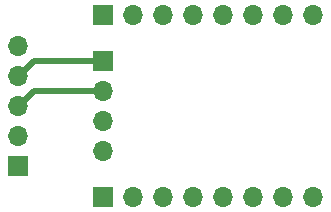
<source format=gbl>
%TF.GenerationSoftware,KiCad,Pcbnew,(5.1.7-0-10_14)*%
%TF.CreationDate,2022-03-25T14:58:00-04:00*%
%TF.ProjectId,TOTP Generator,544f5450-2047-4656-9e65-7261746f722e,rev?*%
%TF.SameCoordinates,Original*%
%TF.FileFunction,Copper,L2,Bot*%
%TF.FilePolarity,Positive*%
%FSLAX46Y46*%
G04 Gerber Fmt 4.6, Leading zero omitted, Abs format (unit mm)*
G04 Created by KiCad (PCBNEW (5.1.7-0-10_14)) date 2022-03-25 14:58:00*
%MOMM*%
%LPD*%
G01*
G04 APERTURE LIST*
%TA.AperFunction,ComponentPad*%
%ADD10O,1.700000X1.700000*%
%TD*%
%TA.AperFunction,ComponentPad*%
%ADD11R,1.700000X1.700000*%
%TD*%
%TA.AperFunction,Conductor*%
%ADD12C,0.500000*%
%TD*%
G04 APERTURE END LIST*
D10*
%TO.P,RTC,5*%
%TO.N,N/C*%
X92800000Y-66440000D03*
%TO.P,RTC,4*%
X92800000Y-68980000D03*
%TO.P,RTC,3*%
X92800000Y-71520000D03*
%TO.P,RTC,2*%
X92800000Y-74060000D03*
D11*
%TO.P,RTC,1*%
X92800000Y-76600000D03*
%TD*%
D10*
%TO.P,VIN,8*%
%TO.N,N/C*%
X117780000Y-79200000D03*
%TO.P,VIN,7*%
X115240000Y-79200000D03*
%TO.P,VIN,6*%
X112700000Y-79200000D03*
%TO.P,VIN,5*%
X110160000Y-79200000D03*
%TO.P,VIN,4*%
X107620000Y-79200000D03*
%TO.P,VIN,3*%
X105080000Y-79200000D03*
%TO.P,VIN,2*%
X102540000Y-79200000D03*
D11*
%TO.P,VIN,1*%
X100000000Y-79200000D03*
%TD*%
D10*
%TO.P,TX,8*%
%TO.N,N/C*%
X117780000Y-63800000D03*
%TO.P,TX,7*%
X115240000Y-63800000D03*
%TO.P,TX,6*%
X112700000Y-63800000D03*
%TO.P,TX,5*%
X110160000Y-63800000D03*
%TO.P,TX,4*%
X107620000Y-63800000D03*
%TO.P,TX,3*%
X105080000Y-63800000D03*
%TO.P,TX,2*%
X102540000Y-63800000D03*
D11*
%TO.P,TX,1*%
X100000000Y-63800000D03*
%TD*%
%TO.P,OLED,1*%
%TO.N,N/C*%
X100000000Y-67700000D03*
D10*
%TO.P,OLED,2*%
X100000000Y-70240000D03*
%TO.P,OLED,3*%
X100000000Y-72780000D03*
%TO.P,OLED,4*%
X100000000Y-75320000D03*
%TD*%
D12*
%TO.N,*%
X94180000Y-70240000D02*
X92800000Y-71620000D01*
X100000000Y-70240000D02*
X94180000Y-70240000D01*
X94180000Y-67700000D02*
X92800000Y-69080000D01*
X100000000Y-67700000D02*
X94180000Y-67700000D01*
%TD*%
M02*

</source>
